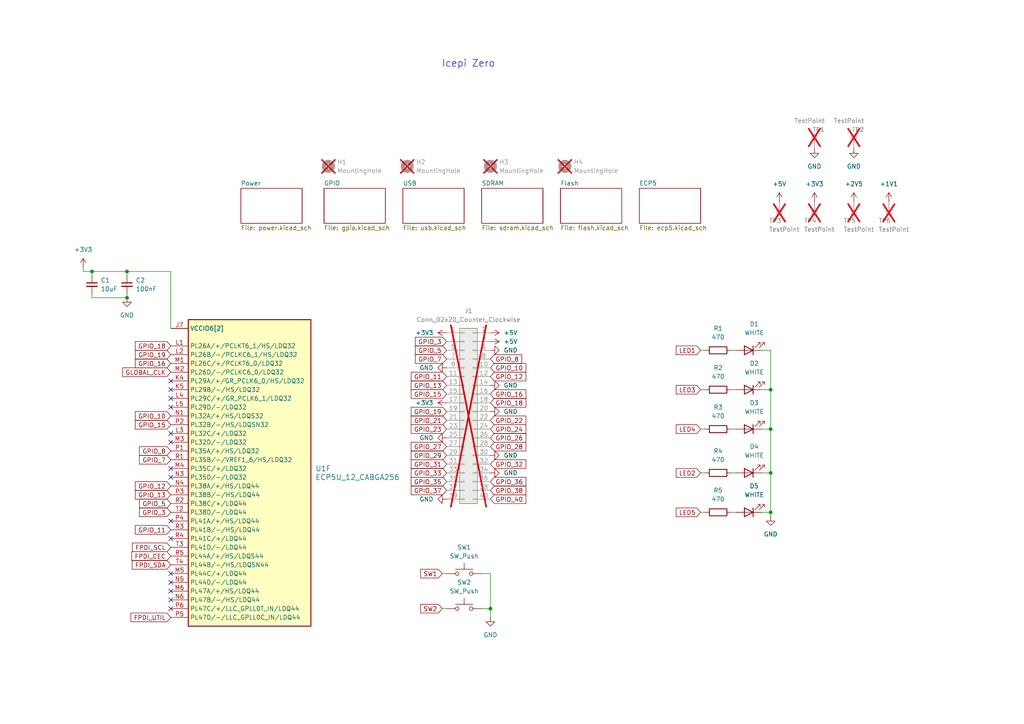
<source format=kicad_sch>
(kicad_sch (version 20250114) (generator "eeschema") (generator_version "9.0")
  (paper "A4")
  (title_block (title "Icepi zero") (date "2025-05-12") (rev "v1") (company "Chengyin Yao (cheyao)") (comment 1 "https://github.com/cheyao/icepi-zero"))
  (text "Icepi Zero" (at 135.89 18.542 0) (effects (font (size 2 2))))
  (junction (at 223.52 137.16))
  (junction (at 26.67 78.74))
  (junction (at 36.83 78.74))
  (junction (at 223.52 148.59))
  (junction (at 223.52 124.46))
  (junction (at 142.24 176.53))
  (junction (at 223.52 113.03))
  (junction (at 36.83 86.36))
  (no_connect (at 49.53 128.27))
  (no_connect (at 49.53 171.45))
  (no_connect (at 49.53 168.91))
  (no_connect (at 49.53 166.37))
  (no_connect (at 49.53 138.43))
  (no_connect (at 49.53 156.21))
  (no_connect (at 49.53 173.99))
  (no_connect (at 49.53 113.03))
  (no_connect (at 49.53 115.57))
  (no_connect (at 49.53 110.49))
  (no_connect (at 49.53 176.53))
  (no_connect (at 49.53 151.13))
  (no_connect (at 49.53 118.11))
  (no_connect (at 49.53 125.73))
  (no_connect (at 49.53 135.89))
  (wire (pts (xy 223.52 148.59) (xy 223.52 137.16)))
  (wire (pts (xy 26.67 78.74) (xy 36.83 78.74)))
  (wire (pts (xy 139.7 176.53) (xy 142.24 176.53)))
  (wire (pts (xy 223.52 101.6) (xy 223.52 113.03)))
  (wire (pts (xy 139.7 166.37) (xy 142.24 166.37)))
  (wire (pts (xy 203.2 113.03) (xy 204.47 113.03)))
  (wire (pts (xy 36.83 78.74) (xy 49.53 78.74)))
  (wire (pts (xy 36.83 86.36) (xy 36.83 85.09)))
  (wire (pts (xy 26.67 78.74) (xy 26.67 80.01)))
  (wire (pts (xy 223.52 149.86) (xy 223.52 148.59)))
  (wire (pts (xy 24.13 78.74) (xy 26.67 78.74)))
  (wire (pts (xy 203.2 101.6) (xy 204.47 101.6)))
  (wire (pts (xy 203.2 148.59) (xy 204.47 148.59)))
  (wire (pts (xy 203.2 137.16) (xy 204.47 137.16)))
  (wire (pts (xy 223.52 137.16) (xy 220.98 137.16)))
  (wire (pts (xy 142.24 166.37) (xy 142.24 176.53)))
  (wire (pts (xy 212.09 124.46) (xy 213.36 124.46)))
  (wire (pts (xy 223.52 137.16) (xy 223.52 124.46)))
  (wire (pts (xy 128.27 176.53) (xy 129.54 176.53)))
  (wire (pts (xy 223.52 101.6) (xy 220.98 101.6)))
  (wire (pts (xy 36.83 78.74) (xy 36.83 80.01)))
  (wire (pts (xy 26.67 85.09) (xy 26.67 86.36)))
  (wire (pts (xy 223.52 124.46) (xy 220.98 124.46)))
  (wire (pts (xy 212.09 101.6) (xy 213.36 101.6)))
  (wire (pts (xy 24.13 77.47) (xy 24.13 78.74)))
  (wire (pts (xy 212.09 113.03) (xy 213.36 113.03)))
  (wire (pts (xy 26.67 86.36) (xy 36.83 86.36)))
  (wire (pts (xy 223.52 113.03) (xy 220.98 113.03)))
  (wire (pts (xy 223.52 148.59) (xy 220.98 148.59)))
  (wire (pts (xy 142.24 176.53) (xy 142.24 179.07)))
  (wire (pts (xy 128.27 166.37) (xy 129.54 166.37)))
  (wire (pts (xy 212.09 137.16) (xy 213.36 137.16)))
  (wire (pts (xy 49.53 78.74) (xy 49.53 95.25)))
  (wire (pts (xy 223.52 124.46) (xy 223.52 113.03)))
  (wire (pts (xy 212.09 148.59) (xy 213.36 148.59)))
  (wire (pts (xy 203.2 124.46) (xy 204.47 124.46)))
  (global_label "GPIO_5" (shape input) (at 49.53 146.05 180) (property "Intersheetrefs" "${INTERSHEET_REFS}" (effects (hide yes))))
  (global_label "FPDI_SDA" (shape input) (at 49.53 163.83 180) (property "Intersheetrefs" "${INTERSHEET_REFS}" (effects (hide yes))))
  (global_label "LED3" (shape input) (at 203.2 113.03 180) (property "Intersheetrefs" "${INTERSHEET_REFS}" (effects (hide yes))))
  (global_label "GPIO_35" (shape input) (at 129.54 139.7 180) (property "Intersheetrefs" "${INTERSHEET_REFS}" (effects (hide yes))))
  (global_label "GPIO_12" (shape input) (at 49.53 140.97 180) (property "Intersheetrefs" "${INTERSHEET_REFS}" (effects (hide yes))))
  (global_label "GPIO_8" (shape input) (at 142.24 104.14 0) (property "Intersheetrefs" "${INTERSHEET_REFS}" (effects (hide yes))))
  (global_label "FPDI_CEC" (shape input) (at 49.53 161.29 180) (property "Intersheetrefs" "${INTERSHEET_REFS}" (effects (hide yes))))
  (global_label "GPIO_18" (shape input) (at 142.24 116.84 0) (property "Intersheetrefs" "${INTERSHEET_REFS}" (effects (hide yes))))
  (global_label "GPIO_36" (shape input) (at 142.24 139.7 0) (property "Intersheetrefs" "${INTERSHEET_REFS}" (effects (hide yes))))
  (global_label "GPIO_13" (shape input) (at 129.54 111.76 180) (property "Intersheetrefs" "${INTERSHEET_REFS}" (effects (hide yes))))
  (global_label "GPIO_15" (shape input) (at 129.54 114.3 180) (property "Intersheetrefs" "${INTERSHEET_REFS}" (effects (hide yes))))
  (global_label "GLOBAL_CLK" (shape input) (at 49.53 107.95 180) (property "Intersheetrefs" "${INTERSHEET_REFS}" (effects (hide yes))))
  (global_label "GPIO_21" (shape input) (at 129.54 121.92 180) (property "Intersheetrefs" "${INTERSHEET_REFS}" (effects (hide yes))))
  (global_label "GPIO_28" (shape input) (at 142.24 129.54 0) (property "Intersheetrefs" "${INTERSHEET_REFS}" (effects (hide yes))))
  (global_label "LED2" (shape input) (at 203.2 137.16 180) (property "Intersheetrefs" "${INTERSHEET_REFS}" (effects (hide yes))))
  (global_label "GPIO_16" (shape input) (at 49.53 105.41 180) (property "Intersheetrefs" "${INTERSHEET_REFS}" (effects (hide yes))))
  (global_label "GPIO_19" (shape input) (at 129.54 119.38 180) (property "Intersheetrefs" "${INTERSHEET_REFS}" (effects (hide yes))))
  (global_label "GPIO_7" (shape input) (at 49.53 133.35 180) (property "Intersheetrefs" "${INTERSHEET_REFS}" (effects (hide yes))))
  (global_label "GPIO_26" (shape input) (at 142.24 127 0) (property "Intersheetrefs" "${INTERSHEET_REFS}" (effects (hide yes))))
  (global_label "GPIO_29" (shape input) (at 129.54 132.08 180) (property "Intersheetrefs" "${INTERSHEET_REFS}" (effects (hide yes))))
  (global_label "GPIO_15" (shape input) (at 49.53 123.19 180) (property "Intersheetrefs" "${INTERSHEET_REFS}" (effects (hide yes))))
  (global_label "LED5" (shape input) (at 203.2 148.59 180) (property "Intersheetrefs" "${INTERSHEET_REFS}" (effects (hide yes))))
  (global_label "GPIO_31" (shape input) (at 129.54 134.62 180) (property "Intersheetrefs" "${INTERSHEET_REFS}" (effects (hide yes))))
  (global_label "GPIO_5" (shape input) (at 129.54 101.6 180) (property "Intersheetrefs" "${INTERSHEET_REFS}" (effects (hide yes))))
  (global_label "GPIO_38" (shape input) (at 142.24 142.24 0) (property "Intersheetrefs" "${INTERSHEET_REFS}" (effects (hide yes))))
  (global_label "GPIO_19" (shape input) (at 49.53 102.87 180) (property "Intersheetrefs" "${INTERSHEET_REFS}" (effects (hide yes))))
  (global_label "GPIO_37" (shape input) (at 129.54 142.24 180) (property "Intersheetrefs" "${INTERSHEET_REFS}" (effects (hide yes))))
  (global_label "FPDI_UTIL" (shape input) (at 49.53 179.07 180) (property "Intersheetrefs" "${INTERSHEET_REFS}" (effects (hide yes))))
  (global_label "GPIO_3" (shape input) (at 49.53 148.59 180) (property "Intersheetrefs" "${INTERSHEET_REFS}" (effects (hide yes))))
  (global_label "GPIO_3" (shape input) (at 129.54 99.06 180) (property "Intersheetrefs" "${INTERSHEET_REFS}" (effects (hide yes))))
  (global_label "GPIO_10" (shape input) (at 142.24 106.68 0) (property "Intersheetrefs" "${INTERSHEET_REFS}" (effects (hide yes))))
  (global_label "GPIO_40" (shape input) (at 142.24 144.78 0) (property "Intersheetrefs" "${INTERSHEET_REFS}" (effects (hide yes))))
  (global_label "FPDI_SCL" (shape input) (at 49.53 158.75 180) (property "Intersheetrefs" "${INTERSHEET_REFS}" (effects (hide yes))))
  (global_label "GPIO_24" (shape input) (at 142.24 124.46 0) (property "Intersheetrefs" "${INTERSHEET_REFS}" (effects (hide yes))))
  (global_label "GPIO_27" (shape input) (at 129.54 129.54 180) (property "Intersheetrefs" "${INTERSHEET_REFS}" (effects (hide yes))))
  (global_label "GPIO_13" (shape input) (at 49.53 143.51 180) (property "Intersheetrefs" "${INTERSHEET_REFS}" (effects (hide yes))))
  (global_label "GPIO_33" (shape input) (at 129.54 137.16 180) (property "Intersheetrefs" "${INTERSHEET_REFS}" (effects (hide yes))))
  (global_label "GPIO_8" (shape input) (at 49.53 130.81 180) (property "Intersheetrefs" "${INTERSHEET_REFS}" (effects (hide yes))))
  (global_label "GPIO_11" (shape input) (at 129.54 109.22 180) (property "Intersheetrefs" "${INTERSHEET_REFS}" (effects (hide yes))))
  (global_label "LED4" (shape input) (at 203.2 124.46 180) (property "Intersheetrefs" "${INTERSHEET_REFS}" (effects (hide yes))))
  (global_label "GPIO_11" (shape input) (at 49.53 153.67 180) (property "Intersheetrefs" "${INTERSHEET_REFS}" (effects (hide yes))))
  (global_label "GPIO_12" (shape input) (at 142.24 109.22 0) (property "Intersheetrefs" "${INTERSHEET_REFS}" (effects (hide yes))))
  (global_label "GPIO_22" (shape input) (at 142.24 121.92 0) (property "Intersheetrefs" "${INTERSHEET_REFS}" (effects (hide yes))))
  (global_label "SW1" (shape input) (at 128.27 166.37 180) (property "Intersheetrefs" "${INTERSHEET_REFS}" (effects (hide yes))))
  (global_label "LED1" (shape input) (at 203.2 101.6 180) (property "Intersheetrefs" "${INTERSHEET_REFS}" (effects (hide yes))))
  (global_label "GPIO_10" (shape input) (at 49.53 120.65 180) (property "Intersheetrefs" "${INTERSHEET_REFS}" (effects (hide yes))))
  (global_label "GPIO_18" (shape input) (at 49.53 100.33 180) (property "Intersheetrefs" "${INTERSHEET_REFS}" (effects (hide yes))))
  (global_label "GPIO_16" (shape input) (at 142.24 114.3 0) (property "Intersheetrefs" "${INTERSHEET_REFS}" (effects (hide yes))))
  (global_label "SW2" (shape input) (at 128.27 176.53 180) (property "Intersheetrefs" "${INTERSHEET_REFS}" (effects (hide yes))))
  (global_label "GPIO_32" (shape input) (at 142.24 134.62 0) (property "Intersheetrefs" "${INTERSHEET_REFS}" (effects (hide yes))))
  (global_label "GPIO_7" (shape input) (at 129.54 104.14 180) (property "Intersheetrefs" "${INTERSHEET_REFS}" (effects (hide yes))))
  (global_label "GPIO_23" (shape input) (at 129.54 124.46 180) (property "Intersheetrefs" "${INTERSHEET_REFS}" (effects (hide yes))))
  (symbol (lib_id "Device:LED") (at 217.17 101.6 180) (unit 1)
    (property "Reference" "D1" (at 218.7575 93.98 0))
    (property "Value" "WHITE" (at 218.7575 96.52 0))
    (property "Footprint" "LED_SMD:LED_0603_1608Metric" (effects (hide yes)))
    (property "Description" "Light emitting diode" (effects (hide yes)))
    (property "Sim.Pins" "1=K 2=A" (effects (hide yes)))
    (property "LCSC Part #" "C2290" (effects (hide yes)))
  )
  (symbol (lib_id "Device:R") (at 208.28 113.03 90) (unit 1)
    (property "Reference" "R2" (at 208.28 106.68 90))
    (property "Value" "470" (at 208.28 109.22 90))
    (property "Footprint" "Resistor_SMD:R_0402_1005Metric" (effects (hide yes)))
    (property "Description" "Resistor" (effects (hide yes)))
    (property "LCSC Part #" "C25117" (effects (hide yes)))
  )
  (symbol (lib_id "power:GND") (at 129.54 106.68 270) (unit 1)
    (property "Reference" "#PWR013" (effects (hide yes)))
    (property "Value" "GND" (at 125.73 106.6799 90) (effects (justify right)))
    (property "Description" "Power symbol creates a global label with name \"GND\" , ground" (effects (hide yes)))
  )
  (symbol (lib_id "Device:R") (at 208.28 148.59 90) (unit 1)
    (property "Reference" "R5" (at 208.28 142.24 90))
    (property "Value" "470" (at 208.28 144.78 90))
    (property "Footprint" "Resistor_SMD:R_0402_1005Metric" (effects (hide yes)))
    (property "Description" "Resistor" (effects (hide yes)))
    (property "LCSC Part #" "C25117" (effects (hide yes)))
  )
  (symbol (lib_id "power:GND") (at 129.54 144.78 270) (unit 1)
    (property "Reference" "#PWR020" (effects (hide yes)))
    (property "Value" "GND" (at 125.73 144.7799 90) (effects (justify right)))
    (property "Description" "Power symbol creates a global label with name \"GND\" , ground" (effects (hide yes)))
  )
  (symbol (lib_id "Device:R") (at 208.28 101.6 90) (unit 1)
    (property "Reference" "R1" (at 208.28 95.25 90))
    (property "Value" "470" (at 208.28 97.79 90))
    (property "Footprint" "Resistor_SMD:R_0402_1005Metric" (effects (hide yes)))
    (property "Description" "Resistor" (effects (hide yes)))
    (property "LCSC Part #" "C25117" (effects (hide yes)))
  )
  (symbol (lib_id "power:GND") (at 223.52 149.86 0) (unit 1)
    (property "Reference" "#PWR021" (effects (hide yes)))
    (property "Value" "GND" (at 223.52 154.94 0))
    (property "Description" "Power symbol creates a global label with name \"GND\" , ground" (effects (hide yes)))
  )
  (symbol (lib_id "Device:LED") (at 217.17 113.03 180) (unit 1)
    (property "Reference" "D2" (at 218.7575 105.41 0))
    (property "Value" "WHITE" (at 218.7575 107.95 0))
    (property "Footprint" "LED_SMD:LED_0603_1608Metric" (effects (hide yes)))
    (property "Description" "Light emitting diode" (effects (hide yes)))
    (property "Sim.Pins" "1=K 2=A" (effects (hide yes)))
    (property "LCSC Part #" "C2290" (effects (hide yes)))
  )
  (symbol (lib_id "Mechanical:MountingHole") (at 118.11 48.26 0) (unit 1) (in_bom no) (dnp yes)
    (property "Reference" "H2" (at 120.65 46.9899 0) (effects (justify left)))
    (property "Value" "MountingHole" (at 120.65 49.5299 0) (effects (justify left)))
    (property "Footprint" "MountingHole:MountingHole_2.7mm_M2.5" (effects (hide yes)))
    (property "Description" "Mounting Hole without connection" (effects (hide yes)))
  )
  (symbol (lib_id "power:GND") (at 142.24 119.38 90) (unit 1)
    (property "Reference" "#PWR016" (effects (hide yes)))
    (property "Value" "GND" (at 146.05 119.3799 90) (effects (justify right)))
    (property "Description" "Power symbol creates a global label with name \"GND\" , ground" (effects (hide yes)))
  )
  (symbol (lib_id "power:GND") (at 129.54 127 270) (unit 1)
    (property "Reference" "#PWR017" (effects (hide yes)))
    (property "Value" "GND" (at 125.73 126.9999 90) (effects (justify right)))
    (property "Description" "Power symbol creates a global label with name \"GND\" , ground" (effects (hide yes)))
  )
  (symbol (lib_id "Connector_Generic:Conn_02x20_Odd_Even") (at 134.62 119.38 0) (unit 1) (in_bom no) (dnp yes)
    (property "Reference" "J1" (at 135.89 90.17 0))
    (property "Value" "Conn_02x20_Counter_Clockwise" (at 135.89 92.71 0))
    (property "Footprint" "Connector_PinHeader_2.54mm:PinHeader_2x20_P2.54mm_Vertical" (effects (hide yes)))
    (property "Description" "Generic connector, double row, 02x20, odd/even pin numbering scheme (row 1 odd numbers, row 2 even numbers), script generated (kicad-library-utils/schlib/autogen/connector/)" (effects (hide yes)))
  )
  (symbol (lib_id "Mechanical:MountingHole") (at 163.83 48.26 0) (unit 1) (in_bom no) (dnp yes)
    (property "Reference" "H4" (at 166.37 46.9899 0) (effects (justify left)))
    (property "Value" "MountingHole" (at 166.37 49.5299 0) (effects (justify left)))
    (property "Footprint" "MountingHole:MountingHole_2.7mm_M2.5" (effects (hide yes)))
    (property "Description" "Mounting Hole without connection" (effects (hide yes)))
  )
  (symbol (lib_id "power:+5V") (at 142.24 99.06 270) (unit 1)
    (property "Reference" "#PWR011" (effects (hide yes)))
    (property "Value" "+5V" (at 146.05 99.0599 90) (effects (justify left)))
    (property "Description" "Power symbol creates a global label with name \"+5V\"" (effects (hide yes)))
  )
  (symbol (lib_id "power:+2V5") (at 247.65 58.42 0) (unit 1)
    (property "Reference" "#PWR05" (effects (hide yes)))
    (property "Value" "+2V5" (at 247.65 53.34 0))
    (property "Description" "Power symbol creates a global label with name \"+2V5\"" (effects (hide yes)))
  )
  (symbol (lib_id "Device:R") (at 208.28 137.16 90) (unit 1)
    (property "Reference" "R4" (at 208.28 130.81 90))
    (property "Value" "470" (at 208.28 133.35 90))
    (property "Footprint" "Resistor_SMD:R_0402_1005Metric" (effects (hide yes)))
    (property "Description" "Resistor" (effects (hide yes)))
    (property "LCSC Part #" "C25117" (effects (hide yes)))
  )
  (symbol (lib_id "Connector:TestPoint") (at 226.06 58.42 180) (unit 1) (dnp yes)
    (property "Reference" "TP3" (at 223.012 64.008 0) (effects (justify right)))
    (property "Value" "TestPoint" (at 223.012 66.548 0) (effects (justify right)))
    (property "Footprint" "TestPoint:TestPoint_Pad_D2.0mm" (effects (hide yes)))
    (property "Description" "test point" (effects (hide yes)))
  )
  (symbol (lib_id "Device:R") (at 208.28 124.46 90) (unit 1)
    (property "Reference" "R3" (at 208.28 118.11 90))
    (property "Value" "470" (at 208.28 120.65 90))
    (property "Footprint" "Resistor_SMD:R_0402_1005Metric" (effects (hide yes)))
    (property "Description" "Resistor" (effects (hide yes)))
    (property "LCSC Part #" "C25117" (effects (hide yes)))
  )
  (symbol (lib_id "power:+3V3") (at 129.54 96.52 90) (unit 1)
    (property "Reference" "#PWR09" (effects (hide yes)))
    (property "Value" "+3V3" (at 125.73 96.5199 90) (effects (justify left)))
    (property "Description" "Power symbol creates a global label with name \"+3V3\"" (effects (hide yes)))
  )
  (symbol (lib_id "Device:C_Small") (at 26.67 82.55 0) (unit 1)
    (property "Reference" "C1" (at 29.21 81.2862 0) (effects (justify left)))
    (property "Value" "10uF" (at 29.21 83.8262 0) (effects (justify left)))
    (property "Footprint" "Capacitor_SMD:C_0603_1608Metric" (effects (hide yes)))
    (property "Description" "Unpolarized capacitor, small symbol" (effects (hide yes)))
    (property "LCSC Part #" "C19702" (effects (hide yes)))
  )
  (symbol (lib_id "power:GND") (at 142.24 137.16 90) (unit 1)
    (property "Reference" "#PWR019" (effects (hide yes)))
    (property "Value" "GND" (at 146.05 137.1599 90) (effects (justify right)))
    (property "Description" "Power symbol creates a global label with name \"GND\" , ground" (effects (hide yes)))
  )
  (symbol (lib_id "Mechanical:MountingHole") (at 142.24 48.26 0) (unit 1) (in_bom no) (dnp yes)
    (property "Reference" "H3" (at 144.78 46.9899 0) (effects (justify left)))
    (property "Value" "MountingHole" (at 144.78 49.5299 0) (effects (justify left)))
    (property "Footprint" "MountingHole:MountingHole_2.7mm_M2.5" (effects (hide yes)))
    (property "Description" "Mounting Hole without connection" (effects (hide yes)))
  )
  (symbol (lib_id "Mechanical:MountingHole") (at 95.25 48.26 0) (unit 1) (in_bom no) (dnp yes)
    (property "Reference" "H1" (at 97.79 46.9899 0) (effects (justify left)))
    (property "Value" "MountingHole" (at 97.79 49.5299 0) (effects (justify left)))
    (property "Footprint" "MountingHole:MountingHole_2.7mm_M2.5" (effects (hide yes)))
    (property "Description" "Mounting Hole without connection" (effects (hide yes)))
  )
  (symbol (lib_id "Device:LED") (at 217.17 124.46 180) (unit 1)
    (property "Reference" "D3" (at 218.7575 116.84 0))
    (property "Value" "WHITE" (at 218.7575 119.38 0))
    (property "Footprint" "LED_SMD:LED_0603_1608Metric" (effects (hide yes)))
    (property "Description" "Light emitting diode" (effects (hide yes)))
    (property "Sim.Pins" "1=K 2=A" (effects (hide yes)))
    (property "LCSC Part #" "C2290" (effects (hide yes)))
  )
  (symbol (lib_id "Connector:TestPoint") (at 257.81 58.42 180) (unit 1) (dnp yes)
    (property "Reference" "TP6" (at 254.762 64.008 0) (effects (justify right)))
    (property "Value" "TestPoint" (at 254.762 66.548 0) (effects (justify right)))
    (property "Footprint" "TestPoint:TestPoint_Pad_D2.0mm" (effects (hide yes)))
    (property "Description" "test point" (effects (hide yes)))
  )
  (symbol (lib_id "power:+1V1") (at 257.81 58.42 0) (unit 1)
    (property "Reference" "#PWR06" (effects (hide yes)))
    (property "Value" "+1V1" (at 257.81 53.34 0))
    (property "Description" "Power symbol creates a global label with name \"+1V1\"" (effects (hide yes)))
  )
  (symbol (lib_id "Connector:TestPoint") (at 247.65 43.18 0) (unit 1) (dnp yes)
    (property "Reference" "TP2" (at 250.698 37.592 0) (effects (justify right)))
    (property "Value" "TestPoint" (at 250.698 35.052 0) (effects (justify right)))
    (property "Footprint" "TestPoint:TestPoint_Pad_D2.0mm" (effects (hide yes)))
    (property "Description" "test point" (effects (hide yes)))
  )
  (symbol (lib_id "Switch:SW_Push") (at 134.62 176.53 0) (unit 1)
    (property "Reference" "SW2" (at 134.62 168.91 0))
    (property "Value" "SW_Push" (at 134.62 171.45 0))
    (property "Footprint" "Button_Switch_SMD:SW_SPST_B3U-1000P" (effects (hide yes)))
    (property "Description" "Push button switch, generic, two pins" (effects (hide yes)))
    (property "LCSC Part #" "C2689695" (effects (hide yes)))
  )
  (symbol (lib_id "power:GND") (at 142.24 179.07 0) (unit 1)
    (property "Reference" "#PWR022" (effects (hide yes)))
    (property "Value" "GND" (at 142.24 184.15 0))
    (property "Description" "Power symbol creates a global label with name \"GND\" , ground" (effects (hide yes)))
  )
  (symbol (lib_id "josh:ECP5U_12_CABGA256") (at 71.12 133.35 0) (unit 6)
    (property "Reference" "U1" (at 91.44 135.8899 0) (effects (font (size 1.524 1.524)) (justify left)))
    (property "Value" "ECP5U_12_CABGA256" (at 91.44 138.4299 0) (effects (font (size 1.524 1.524)) (justify left)))
    (property "Footprint" "Package_BGA:BGA-256_14.0x14.0mm_Layout16x16_P0.8mm_Ball0.45mm_Pad0.32mm_NSMD" (effects (hide yes)))
    (property "Datasheet" "https://www.lcsc.com/datasheet/lcsc_datasheet_2411220131_Lattice-LFE5U-25F-6BG256C_C1521614.pdf" (effects (hide yes)))
    (property "LCSC Part #" "C1521614" (effects (hide yes)))
  )
  (symbol (lib_id "Connector:TestPoint") (at 236.22 43.18 0) (unit 1) (dnp yes)
    (property "Reference" "TP1" (at 239.268 37.592 0) (effects (justify right)))
    (property "Value" "TestPoint" (at 239.268 35.052 0) (effects (justify right)))
    (property "Footprint" "TestPoint:TestPoint_Pad_D2.0mm" (effects (hide yes)))
    (property "Description" "test point" (effects (hide yes)))
  )
  (symbol (lib_id "Connector:TestPoint") (at 247.65 58.42 180) (unit 1) (dnp yes)
    (property "Reference" "TP5" (at 244.602 64.008 0) (effects (justify right)))
    (property "Value" "TestPoint" (at 244.602 66.548 0) (effects (justify right)))
    (property "Footprint" "TestPoint:TestPoint_Pad_D2.0mm" (effects (hide yes)))
    (property "Description" "test point" (effects (hide yes)))
  )
  (symbol (lib_id "power:GND") (at 36.83 86.36 0) (unit 1)
    (property "Reference" "#PWR08" (effects (hide yes)))
    (property "Value" "GND" (at 36.83 91.44 0))
    (property "Description" "Power symbol creates a global label with name \"GND\" , ground" (effects (hide yes)))
  )
  (symbol (lib_id "Device:C_Small") (at 36.83 82.55 0) (unit 1)
    (property "Reference" "C2" (at 39.37 81.2862 0) (effects (justify left)))
    (property "Value" "100nF" (at 39.37 83.8262 0) (effects (justify left)))
    (property "Footprint" "Capacitor_SMD:C_0402_1005Metric" (effects (hide yes)))
    (property "Description" "Unpolarized capacitor, small symbol" (effects (hide yes)))
    (property "LCSC Part #" "C307331 " (effects (hide yes)))
  )
  (symbol (lib_id "power:+3V3") (at 24.13 77.47 0) (unit 1)
    (property "Reference" "#PWR07" (effects (hide yes)))
    (property "Value" "+3V3" (at 24.13 72.39 0))
    (property "Description" "Power symbol creates a global label with name \"+3V3\"" (effects (hide yes)))
  )
  (symbol (lib_id "Device:LED") (at 217.17 137.16 180) (unit 1)
    (property "Reference" "D4" (at 218.7575 129.54 0))
    (property "Value" "WHITE" (at 218.7575 132.08 0))
    (property "Footprint" "LED_SMD:LED_0603_1608Metric" (effects (hide yes)))
    (property "Description" "Light emitting diode" (effects (hide yes)))
    (property "Sim.Pins" "1=K 2=A" (effects (hide yes)))
    (property "LCSC Part #" "C2290" (effects (hide yes)))
  )
  (symbol (lib_id "Device:LED") (at 217.17 148.59 180) (unit 1)
    (property "Reference" "D5" (at 218.7575 140.97 0))
    (property "Value" "WHITE" (at 218.7575 143.51 0))
    (property "Footprint" "LED_SMD:LED_0603_1608Metric" (effects (hide yes)))
    (property "Description" "Light emitting diode" (effects (hide yes)))
    (property "Sim.Pins" "1=K 2=A" (effects (hide yes)))
    (property "LCSC Part #" "C2290" (effects (hide yes)))
  )
  (symbol (lib_id "power:+5V") (at 142.24 96.52 270) (unit 1)
    (property "Reference" "#PWR010" (effects (hide yes)))
    (property "Value" "+5V" (at 146.05 96.5199 90) (effects (justify left)))
    (property "Description" "Power symbol creates a global label with name \"+5V\"" (effects (hide yes)))
  )
  (symbol (lib_id "Connector:TestPoint") (at 236.22 58.42 180) (unit 1) (dnp yes)
    (property "Reference" "TP4" (at 233.172 64.008 0) (effects (justify right)))
    (property "Value" "TestPoint" (at 233.172 66.548 0) (effects (justify right)))
    (property "Footprint" "TestPoint:TestPoint_Pad_D2.0mm" (effects (hide yes)))
    (property "Description" "test point" (effects (hide yes)))
  )
  (symbol (lib_id "power:+3V3") (at 236.22 58.42 0) (unit 1)
    (property "Reference" "#PWR04" (effects (hide yes)))
    (property "Value" "+3V3" (at 236.22 53.34 0))
    (property "Description" "Power symbol creates a global label with name \"+3V3\"" (effects (hide yes)))
  )
  (symbol (lib_id "power:GND") (at 236.22 43.18 0) (unit 1)
    (property "Reference" "#PWR01" (effects (hide yes)))
    (property "Value" "GND" (at 236.22 48.26 0))
    (property "Description" "Power symbol creates a global label with name \"GND\" , ground" (effects (hide yes)))
  )
  (symbol (lib_id "power:GND") (at 142.24 101.6 90) (unit 1)
    (property "Reference" "#PWR012" (effects (hide yes)))
    (property "Value" "GND" (at 146.05 101.5999 90) (effects (justify right)))
    (property "Description" "Power symbol creates a global label with name \"GND\" , ground" (effects (hide yes)))
  )
  (symbol (lib_id "power:GND") (at 142.24 132.08 90) (unit 1)
    (property "Reference" "#PWR018" (effects (hide yes)))
    (property "Value" "GND" (at 146.05 132.0799 90) (effects (justify right)))
    (property "Description" "Power symbol creates a global label with name \"GND\" , ground" (effects (hide yes)))
  )
  (symbol (lib_id "Switch:SW_Push") (at 134.62 166.37 0) (unit 1)
    (property "Reference" "SW1" (at 134.62 158.75 0))
    (property "Value" "SW_Push" (at 134.62 161.29 0))
    (property "Footprint" "Button_Switch_SMD:SW_SPST_B3U-1000P" (effects (hide yes)))
    (property "Description" "Push button switch, generic, two pins" (effects (hide yes)))
    (property "LCSC Part #" "C2689695" (effects (hide yes)))
  )
  (symbol (lib_id "power:GND") (at 247.65 43.18 0) (unit 1)
    (property "Reference" "#PWR02" (effects (hide yes)))
    (property "Value" "GND" (at 247.65 48.26 0))
    (property "Description" "Power symbol creates a global label with name \"GND\" , ground" (effects (hide yes)))
  )
  (symbol (lib_id "power:+3V3") (at 129.54 116.84 90) (unit 1)
    (property "Reference" "#PWR015" (effects (hide yes)))
    (property "Value" "+3V3" (at 125.73 116.8399 90) (effects (justify left)))
    (property "Description" "Power symbol creates a global label with name \"+3V3\"" (effects (hide yes)))
  )
  (symbol (lib_id "power:+5V") (at 226.06 58.42 0) (unit 1)
    (property "Reference" "#PWR03" (effects (hide yes)))
    (property "Value" "+5V" (at 226.06 53.34 0))
    (property "Description" "Power symbol creates a global label with name \"+5V\"" (effects (hide yes)))
  )
  (symbol (lib_id "power:GND") (at 142.24 111.76 90) (unit 1)
    (property "Reference" "#PWR014" (effects (hide yes)))
    (property "Value" "GND" (at 146.05 111.7599 90) (effects (justify right)))
    (property "Description" "Power symbol creates a global label with name \"GND\" , ground" (effects (hide yes)))
  )
  (sheet (at 185.42 54.61) (size 17.78 10.16) (stroke (width 0.1524))
    (property "Sheetname" "ECP5" (at 185.42 53.8984 0) (effects (justify left bottom)))
    (property "Sheetfile" "ecp5.kicad_sch" (at 185.42 65.3546 0) (effects (justify left top)))
  )
  (sheet (at 139.7 54.61) (size 17.78 10.16) (stroke (width 0.1524))
    (property "Sheetname" "SDRAM" (at 139.7 53.8984 0) (effects (justify left bottom)))
    (property "Sheetfile" "sdram.kicad_sch" (at 139.7 65.3546 0) (effects (justify left top)))
  )
  (sheet (at 69.85 54.61) (size 17.78 10.16) (stroke (width 0.1524))
    (property "Sheetname" "Power" (at 69.85 53.8984 0) (effects (justify left bottom)))
    (property "Sheetfile" "power.kicad_sch" (at 69.85 65.3546 0) (effects (justify left top)))
  )
  (sheet (at 116.84 54.61) (size 17.78 10.16) (stroke (width 0.1524))
    (property "Sheetname" "USB" (at 116.84 53.8984 0) (effects (justify left bottom)))
    (property "Sheetfile" "usb.kicad_sch" (at 116.84 65.3546 0) (effects (justify left top)))
  )
  (sheet (at 162.56 54.61) (size 17.78 10.16) (stroke (width 0.1524))
    (property "Sheetname" "Flash" (at 162.56 53.8984 0) (effects (justify left bottom)))
    (property "Sheetfile" "flash.kicad_sch" (at 162.56 65.3546 0) (effects (justify left top)))
  )
  (sheet (at 93.98 54.61) (size 17.78 10.16) (stroke (width 0.1524))
    (property "Sheetname" "GPIO" (at 93.98 53.8984 0) (effects (justify left bottom)))
    (property "Sheetfile" "gpio.kicad_sch" (at 93.98 65.3546 0) (effects (justify left top)))
  )
)
</source>
